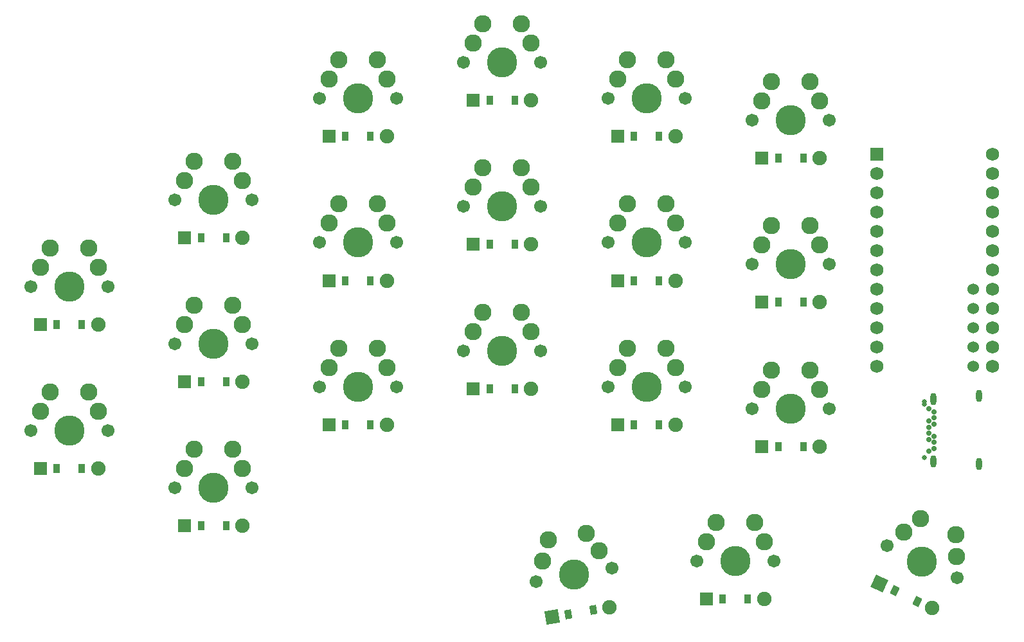
<source format=gbr>
%TF.GenerationSoftware,KiCad,Pcbnew,(7.0.0-0)*%
%TF.CreationDate,2023-06-05T18:59:05+10:00*%
%TF.ProjectId,trone,74726f6e-652e-46b6-9963-61645f706362,v1.0.0*%
%TF.SameCoordinates,Original*%
%TF.FileFunction,Soldermask,Bot*%
%TF.FilePolarity,Negative*%
%FSLAX46Y46*%
G04 Gerber Fmt 4.6, Leading zero omitted, Abs format (unit mm)*
G04 Created by KiCad (PCBNEW (7.0.0-0)) date 2023-06-05 18:59:05*
%MOMM*%
%LPD*%
G01*
G04 APERTURE LIST*
G04 Aperture macros list*
%AMRotRect*
0 Rectangle, with rotation*
0 The origin of the aperture is its center*
0 $1 length*
0 $2 width*
0 $3 Rotation angle, in degrees counterclockwise*
0 Add horizontal line*
21,1,$1,$2,0,0,$3*%
G04 Aperture macros list end*
%ADD10C,1.701800*%
%ADD11C,3.987800*%
%ADD12C,2.286000*%
%ADD13RotRect,1.778000X1.778000X10.000000*%
%ADD14RotRect,0.900000X1.200000X10.000000*%
%ADD15C,1.905000*%
%ADD16R,1.778000X1.778000*%
%ADD17R,0.900000X1.200000*%
%ADD18R,1.752600X1.752600*%
%ADD19C,1.752600*%
%ADD20C,1.524000*%
%ADD21RotRect,1.778000X1.778000X335.000000*%
%ADD22RotRect,0.900000X1.200000X335.000000*%
%ADD23C,0.650000*%
%ADD24C,0.700000*%
%ADD25O,0.800000X1.600000*%
G04 APERTURE END LIST*
D10*
%TO.C,S15*%
X239920000Y-148092500D03*
D11*
X245000000Y-148092500D03*
D10*
X250080000Y-148092500D03*
D12*
X242460000Y-143012500D03*
X247540000Y-143012500D03*
X241190000Y-145552500D03*
X248810000Y-145552500D03*
%TD*%
D10*
%TO.C,S9*%
X201920000Y-140472500D03*
D11*
X207000000Y-140472500D03*
D10*
X212080000Y-140472500D03*
D12*
X204460000Y-135392500D03*
X209540000Y-135392500D03*
X203190000Y-137932500D03*
X210810000Y-137932500D03*
%TD*%
D10*
%TO.C,S2*%
X144920000Y-132000000D03*
D11*
X150000000Y-132000000D03*
D10*
X155080000Y-132000000D03*
D12*
X147460000Y-126920000D03*
X152540000Y-126920000D03*
X146190000Y-129460000D03*
X153810000Y-129460000D03*
%TD*%
D13*
%TO.C,D18*%
X213591122Y-175585638D03*
D14*
X215718307Y-175210557D03*
X218968173Y-174637519D03*
D15*
X221095359Y-174262439D03*
%TD*%
D10*
%TO.C,S16*%
X239920000Y-129092500D03*
D11*
X245000000Y-129092500D03*
D10*
X250080000Y-129092500D03*
D12*
X242460000Y-124012500D03*
X247540000Y-124012500D03*
X241190000Y-126552500D03*
X248810000Y-126552500D03*
%TD*%
D10*
%TO.C,S19*%
X232606347Y-168200685D03*
D11*
X237686347Y-168200685D03*
D10*
X242766347Y-168200685D03*
D12*
X235146347Y-163120685D03*
X240226347Y-163120685D03*
X233876347Y-165660685D03*
X241496347Y-165660685D03*
%TD*%
D16*
%TO.C,D15*%
X241189999Y-153092499D03*
D17*
X243349999Y-153092499D03*
X246649999Y-153092499D03*
D15*
X248810000Y-153092500D03*
%TD*%
D10*
%TO.C,S10*%
X201920000Y-121472500D03*
D11*
X207000000Y-121472500D03*
D10*
X212080000Y-121472500D03*
D12*
X204460000Y-116392500D03*
X209540000Y-116392500D03*
X203190000Y-118932500D03*
X210810000Y-118932500D03*
%TD*%
D16*
%TO.C,D16*%
X241189999Y-134092499D03*
D17*
X243349999Y-134092499D03*
X246649999Y-134092499D03*
D15*
X248810000Y-134092500D03*
%TD*%
D10*
%TO.C,S1*%
X144920000Y-151000000D03*
D11*
X150000000Y-151000000D03*
D10*
X155080000Y-151000000D03*
D12*
X147460000Y-145920000D03*
X152540000Y-145920000D03*
X146190000Y-148460000D03*
X153810000Y-148460000D03*
%TD*%
D16*
%TO.C,D4*%
X165189999Y-144569999D03*
D17*
X167349999Y-144569999D03*
X170649999Y-144569999D03*
D15*
X172810000Y-144570000D03*
%TD*%
D10*
%TO.C,S5*%
X163920000Y-120570000D03*
D11*
X169000000Y-120570000D03*
D10*
X174080000Y-120570000D03*
D12*
X166460000Y-115490000D03*
X171540000Y-115490000D03*
X165190000Y-118030000D03*
X172810000Y-118030000D03*
%TD*%
D16*
%TO.C,D7*%
X184189999Y-131234999D03*
D17*
X186349999Y-131234999D03*
X189649999Y-131234999D03*
D15*
X191810000Y-131235000D03*
%TD*%
D16*
%TO.C,D5*%
X165189999Y-125569999D03*
D17*
X167349999Y-125569999D03*
X170649999Y-125569999D03*
D15*
X172810000Y-125570000D03*
%TD*%
D10*
%TO.C,S14*%
X220920000Y-107235000D03*
D11*
X226000000Y-107235000D03*
D10*
X231080000Y-107235000D03*
D12*
X223460000Y-102155000D03*
X228540000Y-102155000D03*
X222190000Y-104695000D03*
X229810000Y-104695000D03*
%TD*%
D16*
%TO.C,D6*%
X184189999Y-150234999D03*
D17*
X186349999Y-150234999D03*
X189649999Y-150234999D03*
D15*
X191810000Y-150235000D03*
%TD*%
D10*
%TO.C,S7*%
X182920000Y-126235000D03*
D11*
X188000000Y-126235000D03*
D10*
X193080000Y-126235000D03*
D12*
X185460000Y-121155000D03*
X190540000Y-121155000D03*
X184190000Y-123695000D03*
X191810000Y-123695000D03*
%TD*%
D10*
%TO.C,S3*%
X163920000Y-158570000D03*
D11*
X169000000Y-158570000D03*
D10*
X174080000Y-158570000D03*
D12*
X166460000Y-153490000D03*
X171540000Y-153490000D03*
X165190000Y-156030000D03*
X172810000Y-156030000D03*
%TD*%
D16*
%TO.C,D8*%
X184189999Y-112234999D03*
D17*
X186349999Y-112234999D03*
X189649999Y-112234999D03*
D15*
X191810000Y-112235000D03*
%TD*%
D16*
%TO.C,D3*%
X165189999Y-163569999D03*
D17*
X167349999Y-163569999D03*
X170649999Y-163569999D03*
D15*
X172810000Y-163570000D03*
%TD*%
D10*
%TO.C,S11*%
X201920000Y-102472500D03*
D11*
X207000000Y-102472500D03*
D10*
X212080000Y-102472500D03*
D12*
X204460000Y-97392500D03*
X209540000Y-97392500D03*
X203190000Y-99932500D03*
X210810000Y-99932500D03*
%TD*%
D18*
%TO.C,MCU1*%
X256379999Y-114622499D03*
D19*
X256380000Y-117162500D03*
X256380000Y-119702500D03*
X256380000Y-122242500D03*
X256380000Y-124782500D03*
X256380000Y-127322500D03*
X256380000Y-129862500D03*
X256380000Y-132402500D03*
X256380000Y-134942500D03*
X256380000Y-137482500D03*
X256380000Y-140022500D03*
X256380000Y-142562500D03*
X271620000Y-114622500D03*
X271620000Y-117162500D03*
X271620000Y-119702500D03*
X271620000Y-122242500D03*
X271620000Y-124782500D03*
X271620000Y-127322500D03*
X271620000Y-129862500D03*
X271620000Y-132402500D03*
X271620000Y-134942500D03*
X271620000Y-137482500D03*
X271620000Y-140022500D03*
X271620000Y-142562500D03*
D20*
X269080000Y-132402500D03*
X269080000Y-134942500D03*
X269080000Y-137482500D03*
X269080000Y-140022500D03*
X269080000Y-142562500D03*
%TD*%
D21*
%TO.C,D20*%
X256715921Y-171190377D03*
D22*
X258673546Y-172103233D03*
X261664362Y-173497873D03*
D15*
X263621988Y-174410730D03*
%TD*%
D10*
%TO.C,S12*%
X220920000Y-145235000D03*
D11*
X226000000Y-145235000D03*
D10*
X231080000Y-145235000D03*
D12*
X223460000Y-140155000D03*
X228540000Y-140155000D03*
X222190000Y-142695000D03*
X229810000Y-142695000D03*
%TD*%
D16*
%TO.C,D10*%
X203189999Y-126472499D03*
D17*
X205349999Y-126472499D03*
X208649999Y-126472499D03*
D15*
X210810000Y-126472500D03*
%TD*%
D16*
%TO.C,D11*%
X203189999Y-107472499D03*
D17*
X205349999Y-107472499D03*
X208649999Y-107472499D03*
D15*
X210810000Y-107472500D03*
%TD*%
D10*
%TO.C,S17*%
X239920000Y-110092500D03*
D11*
X245000000Y-110092500D03*
D10*
X250080000Y-110092500D03*
D12*
X242460000Y-105012500D03*
X247540000Y-105012500D03*
X241190000Y-107552500D03*
X248810000Y-107552500D03*
%TD*%
D10*
%TO.C,S4*%
X163920000Y-139570000D03*
D11*
X169000000Y-139570000D03*
D10*
X174080000Y-139570000D03*
D12*
X166460000Y-134490000D03*
X171540000Y-134490000D03*
X165190000Y-137030000D03*
X172810000Y-137030000D03*
%TD*%
D16*
%TO.C,D9*%
X203189999Y-145472499D03*
D17*
X205349999Y-145472499D03*
X208649999Y-145472499D03*
D15*
X210810000Y-145472500D03*
%TD*%
D10*
%TO.C,S8*%
X182920000Y-107235000D03*
D11*
X188000000Y-107235000D03*
D10*
X193080000Y-107235000D03*
D12*
X185460000Y-102155000D03*
X190540000Y-102155000D03*
X184190000Y-104695000D03*
X191810000Y-104695000D03*
%TD*%
D10*
%TO.C,S13*%
X220920000Y-126235000D03*
D11*
X226000000Y-126235000D03*
D10*
X231080000Y-126235000D03*
D12*
X223460000Y-121155000D03*
X228540000Y-121155000D03*
X222190000Y-123695000D03*
X229810000Y-123695000D03*
%TD*%
D16*
%TO.C,D17*%
X241189999Y-115092499D03*
D17*
X243349999Y-115092499D03*
X246649999Y-115092499D03*
D15*
X248810000Y-115092500D03*
%TD*%
D16*
%TO.C,D14*%
X222189999Y-112234999D03*
D17*
X224349999Y-112234999D03*
X227649999Y-112234999D03*
D15*
X229810000Y-112235000D03*
%TD*%
D16*
%TO.C,D19*%
X233876346Y-173200684D03*
D17*
X236036346Y-173200684D03*
X239336346Y-173200684D03*
D15*
X241496347Y-173200685D03*
%TD*%
D16*
%TO.C,D2*%
X146189999Y-136999999D03*
D17*
X148349999Y-136999999D03*
X151649999Y-136999999D03*
D15*
X153810000Y-137000000D03*
%TD*%
D10*
%TO.C,S6*%
X182920000Y-145235000D03*
D11*
X188000000Y-145235000D03*
D10*
X193080000Y-145235000D03*
D12*
X185460000Y-140155000D03*
X190540000Y-140155000D03*
X184190000Y-142695000D03*
X191810000Y-142695000D03*
%TD*%
D23*
%TO.C,USBC1*%
X262567500Y-154550000D03*
X262567500Y-147500000D03*
X262567500Y-147200000D03*
D24*
X263217500Y-148150000D03*
X263917500Y-148550000D03*
X263917500Y-149350000D03*
X263217500Y-149750000D03*
X263917500Y-150150000D03*
X263217500Y-150550000D03*
X263217500Y-151350000D03*
X263917500Y-151750000D03*
X263217500Y-152150000D03*
X263917500Y-152550000D03*
X263917500Y-153350000D03*
X263217500Y-153750000D03*
D25*
X263817499Y-155079999D03*
X263817499Y-146819999D03*
X269767499Y-155439999D03*
X269767499Y-146459999D03*
%TD*%
D16*
%TO.C,D12*%
X222189999Y-150234999D03*
D17*
X224349999Y-150234999D03*
X227649999Y-150234999D03*
D15*
X229810000Y-150235000D03*
%TD*%
D16*
%TO.C,D13*%
X222189999Y-131234999D03*
D17*
X224349999Y-131234999D03*
X227649999Y-131234999D03*
D15*
X229810000Y-131235000D03*
%TD*%
D10*
%TO.C,S20*%
X257678002Y-166122114D03*
D11*
X262282046Y-168269015D03*
D10*
X266886090Y-170415916D03*
D12*
X262126925Y-162591521D03*
X266730969Y-164738422D03*
X259902464Y-164356818D03*
X266808529Y-167577169D03*
%TD*%
D16*
%TO.C,D1*%
X146189999Y-155999999D03*
D17*
X148349999Y-155999999D03*
X151649999Y-155999999D03*
D15*
X153810000Y-156000000D03*
%TD*%
D10*
%TO.C,S18*%
X211472177Y-170882133D03*
D11*
X216475000Y-170000000D03*
D10*
X221477823Y-169117867D03*
D12*
X213091456Y-165438243D03*
X218094279Y-164556110D03*
X212281816Y-168160188D03*
X219786051Y-166836989D03*
%TD*%
M02*

</source>
